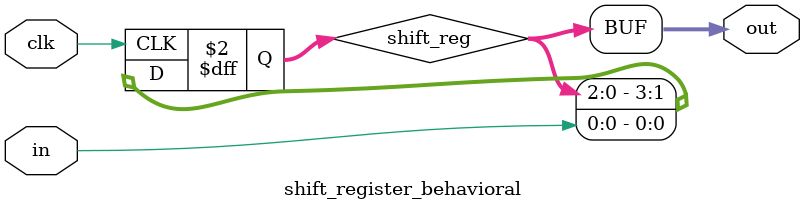
<source format=v>
module shift_register_behavioral (
    input in,
    input clk,
    output [3:0] out
);
    reg [3:0] shift_reg;

    always @(posedge clk) begin
        // TODO: See operators described in literals section
        shift_reg <= {shift_reg[2:0], in};
    end

    assign out = shift_reg; // TODO
endmodule

</source>
